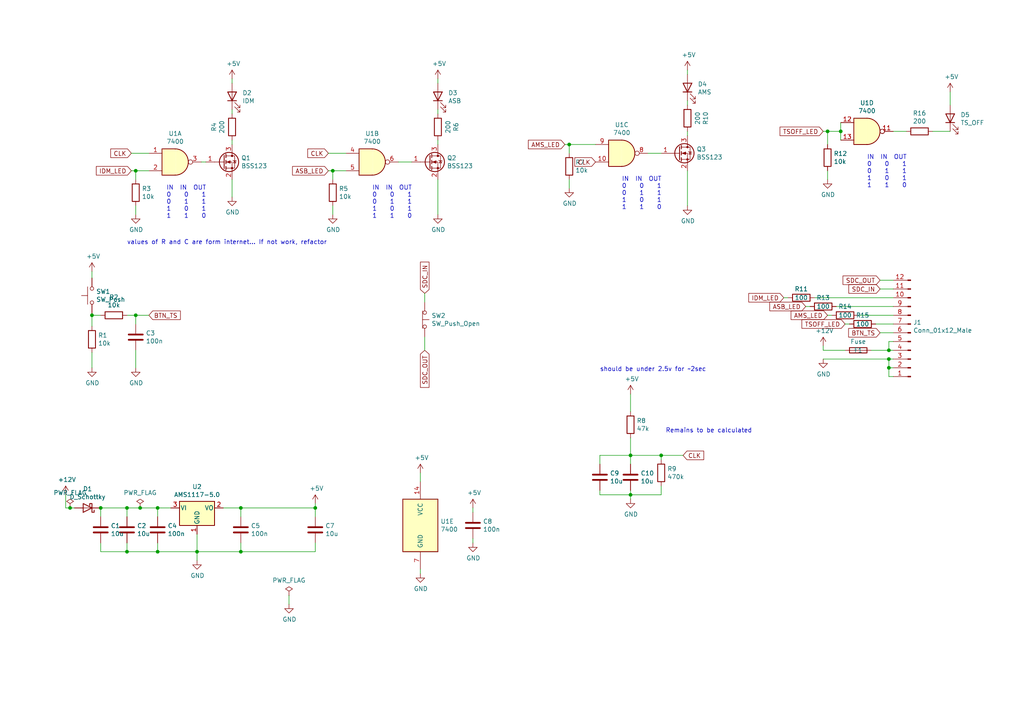
<source format=kicad_sch>
(kicad_sch (version 20211123) (generator eeschema)
  (paper "A4")
  (lib_symbols
    (symbol "74xx:7400" (pin_names (offset 1.016))
      (property "Reference" "U" (at 0 1.27 0))
      (property "Value" "7400" (at 0 -1.27 0))
      (symbol "7400_1_1"
        (arc (start 0 -3.81) (mid 3.81 0) (end 0 3.81) (stroke (width 0.254)) (fill (type background)))
        (polyline (pts (xy 0 3.81) (xy -3.81 3.81) (xy -3.81 -3.81) (xy 0 -3.81)) (stroke (width 0.254)) (fill (type background)))
        (pin input line (at -7.62 2.54 0) (length 3.81) (name "~") (number "1"))
        (pin input line (at -7.62 -2.54 0) (length 3.81) (name "~") (number "2"))
        (pin output inverted (at 7.62 0 180) (length 3.81) (name "~") (number "3"))
      )
      (symbol "7400_1_2"
        (arc (start -3.81 -3.81) (mid -2.589 0) (end -3.81 3.81) (stroke (width 0.254)))
        (arc (start -0.6096 -3.81) (mid 2.1855 -2.584) (end 3.81 0) (stroke (width 0.254)) (fill (type background)))
        (polyline (pts (xy -3.81 -3.81) (xy -0.635 -3.81)) (stroke (width 0.254)) (fill (type background)))
        (polyline (pts (xy -3.81 3.81) (xy -0.635 3.81)) (stroke (width 0.254)) (fill (type background)))
        (polyline (pts (xy -0.635 3.81) (xy -3.81 3.81) (xy -3.81 3.81) (xy -3.556 3.4036) (xy -3.0226 2.2606) (xy -2.6924 1.0414) (xy -2.6162 -0.254) (xy -2.7686 -1.4986) (xy -3.175 -2.7178) (xy -3.81 -3.81) (xy -3.81 -3.81) (xy -0.635 -3.81)) (stroke (width -25.4)) (fill (type background)))
        (arc (start 3.81 0) (mid 2.1928 2.5925) (end -0.6096 3.81) (stroke (width 0.254)) (fill (type background)))
        (pin input inverted (at -7.62 2.54 0) (length 4.318) (name "~") (number "1"))
        (pin input inverted (at -7.62 -2.54 0) (length 4.318) (name "~") (number "2"))
        (pin output line (at 7.62 0 180) (length 3.81) (name "~") (number "3"))
      )
      (symbol "7400_2_1"
        (arc (start 0 -3.81) (mid 3.81 0) (end 0 3.81) (stroke (width 0.254)) (fill (type background)))
        (polyline (pts (xy 0 3.81) (xy -3.81 3.81) (xy -3.81 -3.81) (xy 0 -3.81)) (stroke (width 0.254)) (fill (type background)))
        (pin input line (at -7.62 2.54 0) (length 3.81) (name "~") (number "4"))
        (pin input line (at -7.62 -2.54 0) (length 3.81) (name "~") (number "5"))
        (pin output inverted (at 7.62 0 180) (length 3.81) (name "~") (number "6"))
      )
      (symbol "7400_2_2"
        (arc (start -3.81 -3.81) (mid -2.589 0) (end -3.81 3.81) (stroke (width 0.254)))
        (arc (start -0.6096 -3.81) (mid 2.1855 -2.584) (end 3.81 0) (stroke (width 0.254)) (fill (type background)))
        (polyline (pts (xy -3.81 -3.81) (xy -0.635 -3.81)) (stroke (width 0.254)) (fill (type background)))
        (polyline (pts (xy -3.81 3.81) (xy -0.635 3.81)) (stroke (width 0.254)) (fill (type background)))
        (polyline (pts (xy -0.635 3.81) (xy -3.81 3.81) (xy -3.81 3.81) (xy -3.556 3.4036) (xy -3.0226 2.2606) (xy -2.6924 1.0414) (xy -2.6162 -0.254) (xy -2.7686 -1.4986) (xy -3.175 -2.7178) (xy -3.81 -3.81) (xy -3.81 -3.81) (xy -0.635 -3.81)) (stroke (width -25.4)) (fill (type background)))
        (arc (start 3.81 0) (mid 2.1928 2.5925) (end -0.6096 3.81) (stroke (width 0.254)) (fill (type background)))
        (pin input inverted (at -7.62 2.54 0) (length 4.318) (name "~") (number "4"))
        (pin input inverted (at -7.62 -2.54 0) (length 4.318) (name "~") (number "5"))
        (pin output line (at 7.62 0 180) (length 3.81) (name "~") (number "6"))
      )
      (symbol "7400_3_1"
        (arc (start 0 -3.81) (mid 3.81 0) (end 0 3.81) (stroke (width 0.254)) (fill (type background)))
        (polyline (pts (xy 0 3.81) (xy -3.81 3.81) (xy -3.81 -3.81) (xy 0 -3.81)) (stroke (width 0.254)) (fill (type background)))
        (pin input line (at -7.62 -2.54 0) (length 3.81) (name "~") (number "10"))
        (pin output inverted (at 7.62 0 180) (length 3.81) (name "~") (number "8"))
        (pin input line (at -7.62 2.54 0) (length 3.81) (name "~") (number "9"))
      )
      (symbol "7400_3_2"
        (arc (start -3.81 -3.81) (mid -2.589 0) (end -3.81 3.81) (stroke (width 0.254)))
        (arc (start -0.6096 -3.81) (mid 2.1855 -2.584) (end 3.81 0) (stroke (width 0.254)) (fill (type background)))
        (polyline (pts (xy -3.81 -3.81) (xy -0.635 -3.81)) (stroke (width 0.254)) (fill (type background)))
        (polyline (pts (xy -3.81 3.81) (xy -0.635 3.81)) (stroke (width 0.254)) (fill (type background)))
        (polyline (pts (xy -0.635 3.81) (xy -3.81 3.81) (xy -3.81 3.81) (xy -3.556 3.4036) (xy -3.0226 2.2606) (xy -2.6924 1.0414) (xy -2.6162 -0.254) (xy -2.7686 -1.4986) (xy -3.175 -2.7178) (xy -3.81 -3.81) (xy -3.81 -3.81) (xy -0.635 -3.81)) (stroke (width -25.4)) (fill (type background)))
        (arc (start 3.81 0) (mid 2.1928 2.5925) (end -0.6096 3.81) (stroke (width 0.254)) (fill (type background)))
        (pin input inverted (at -7.62 -2.54 0) (length 4.318) (name "~") (number "10"))
        (pin output line (at 7.62 0 180) (length 3.81) (name "~") (number "8"))
        (pin input inverted (at -7.62 2.54 0) (length 4.318) (name "~") (number "9"))
      )
      (symbol "7400_4_1"
        (arc (start 0 -3.81) (mid 3.81 0) (end 0 3.81) (stroke (width 0.254)) (fill (type background)))
        (polyline (pts (xy 0 3.81) (xy -3.81 3.81) (xy -3.81 -3.81) (xy 0 -3.81)) (stroke (width 0.254)) (fill (type background)))
        (pin output inverted (at 7.62 0 180) (length 3.81) (name "~") (number "11"))
        (pin input line (at -7.62 2.54 0) (length 3.81) (name "~") (number "12"))
        (pin input line (at -7.62 -2.54 0) (length 3.81) (name "~") (number "13"))
      )
      (symbol "7400_4_2"
        (arc (start -3.81 -3.81) (mid -2.589 0) (end -3.81 3.81) (stroke (width 0.254)))
        (arc (start -0.6096 -3.81) (mid 2.1855 -2.584) (end 3.81 0) (stroke (width 0.254)) (fill (type background)))
        (polyline (pts (xy -3.81 -3.81) (xy -0.635 -3.81)) (stroke (width 0.254)) (fill (type background)))
        (polyline (pts (xy -3.81 3.81) (xy -0.635 3.81)) (stroke (width 0.254)) (fill (type background)))
        (polyline (pts (xy -0.635 3.81) (xy -3.81 3.81) (xy -3.81 3.81) (xy -3.556 3.4036) (xy -3.0226 2.2606) (xy -2.6924 1.0414) (xy -2.6162 -0.254) (xy -2.7686 -1.4986) (xy -3.175 -2.7178) (xy -3.81 -3.81) (xy -3.81 -3.81) (xy -0.635 -3.81)) (stroke (width -25.4)) (fill (type background)))
        (arc (start 3.81 0) (mid 2.1928 2.5925) (end -0.6096 3.81) (stroke (width 0.254)) (fill (type background)))
        (pin output line (at 7.62 0 180) (length 3.81) (name "~") (number "11"))
        (pin input inverted (at -7.62 2.54 0) (length 4.318) (name "~") (number "12"))
        (pin input inverted (at -7.62 -2.54 0) (length 4.318) (name "~") (number "13"))
      )
      (symbol "7400_5_0"
        (pin power_in line (at 0 12.7 270) (length 5.08) (name "VCC") (number "14"))
        (pin power_in line (at 0 -12.7 90) (length 5.08) (name "GND") (number "7"))
      )
      (symbol "7400_5_1"
        (rectangle (start -5.08 7.62) (end 5.08 -7.62) (stroke (width 0.254)) (fill (type background)))
      )
    )
    (symbol "Connector:Conn_01x12_Male" (pin_names (offset 1.016) hide)
      (property "Reference" "J" (at 0 15.24 0))
      (property "Value" "Conn_01x12_Male" (at 0 -17.78 0))
      (symbol "Conn_01x12_Male_1_1"
        (polyline (pts (xy 1.27 -15.24) (xy 0.8636 -15.24)) (stroke (width 0.1524)))
        (polyline (pts (xy 1.27 -12.7) (xy 0.8636 -12.7)) (stroke (width 0.1524)))
        (polyline (pts (xy 1.27 -10.16) (xy 0.8636 -10.16)) (stroke (width 0.1524)))
        (polyline (pts (xy 1.27 -7.62) (xy 0.8636 -7.62)) (stroke (width 0.1524)))
        (polyline (pts (xy 1.27 -5.08) (xy 0.8636 -5.08)) (stroke (width 0.1524)))
        (polyline (pts (xy 1.27 -2.54) (xy 0.8636 -2.54)) (stroke (width 0.1524)))
        (polyline (pts (xy 1.27 0) (xy 0.8636 0)) (stroke (width 0.1524)))
        (polyline (pts (xy 1.27 2.54) (xy 0.8636 2.54)) (stroke (width 0.1524)))
        (polyline (pts (xy 1.27 5.08) (xy 0.8636 5.08)) (stroke (width 0.1524)))
        (polyline (pts (xy 1.27 7.62) (xy 0.8636 7.62)) (stroke (width 0.1524)))
        (polyline (pts (xy 1.27 10.16) (xy 0.8636 10.16)) (stroke (width 0.1524)))
        (polyline (pts (xy 1.27 12.7) (xy 0.8636 12.7)) (stroke (width 0.1524)))
        (rectangle (start 0.8636 -15.113) (end 0 -15.367) (stroke (width 0.1524)) (fill (type outline)))
        (rectangle (start 0.8636 -12.573) (end 0 -12.827) (stroke (width 0.1524)) (fill (type outline)))
        (rectangle (start 0.8636 -10.033) (end 0 -10.287) (stroke (width 0.1524)) (fill (type outline)))
        (rectangle (start 0.8636 -7.493) (end 0 -7.747) (stroke (width 0.1524)) (fill (type outline)))
        (rectangle (start 0.8636 -4.953) (end 0 -5.207) (stroke (width 0.1524)) (fill (type outline)))
        (rectangle (start 0.8636 -2.413) (end 0 -2.667) (stroke (width 0.1524)) (fill (type outline)))
        (rectangle (start 0.8636 0.127) (end 0 -0.127) (stroke (width 0.1524)) (fill (type outline)))
        (rectangle (start 0.8636 2.667) (end 0 2.413) (stroke (width 0.1524)) (fill (type outline)))
        (rectangle (start 0.8636 5.207) (end 0 4.953) (stroke (width 0.1524)) (fill (type outline)))
        (rectangle (start 0.8636 7.747) (end 0 7.493) (stroke (width 0.1524)) (fill (type outline)))
        (rectangle (start 0.8636 10.287) (end 0 10.033) (stroke (width 0.1524)) (fill (type outline)))
        (rectangle (start 0.8636 12.827) (end 0 12.573) (stroke (width 0.1524)) (fill (type outline)))
        (pin passive line (at 5.08 12.7 180) (length 3.81) (name "Pin_1") (number "1"))
        (pin passive line (at 5.08 -10.16 180) (length 3.81) (name "Pin_10") (number "10"))
        (pin passive line (at 5.08 -12.7 180) (length 3.81) (name "Pin_11") (number "11"))
        (pin passive line (at 5.08 -15.24 180) (length 3.81) (name "Pin_12") (number "12"))
        (pin passive line (at 5.08 10.16 180) (length 3.81) (name "Pin_2") (number "2"))
        (pin passive line (at 5.08 7.62 180) (length 3.81) (name "Pin_3") (number "3"))
        (pin passive line (at 5.08 5.08 180) (length 3.81) (name "Pin_4") (number "4"))
        (pin passive line (at 5.08 2.54 180) (length 3.81) (name "Pin_5") (number "5"))
        (pin passive line (at 5.08 0 180) (length 3.81) (name "Pin_6") (number "6"))
        (pin passive line (at 5.08 -2.54 180) (length 3.81) (name "Pin_7") (number "7"))
        (pin passive line (at 5.08 -5.08 180) (length 3.81) (name "Pin_8") (number "8"))
        (pin passive line (at 5.08 -7.62 180) (length 3.81) (name "Pin_9") (number "9"))
      )
    )
    (symbol "Device:C" (pin_numbers hide) (pin_names (offset 0.254))
      (property "Reference" "C" (at 0.635 2.54 0))
      (property "Value" "C" (at 0.635 -2.54 0))
      (symbol "C_0_1"
        (polyline (pts (xy -2.032 -0.762) (xy 2.032 -0.762)) (stroke (width 0.508)))
        (polyline (pts (xy -2.032 0.762) (xy 2.032 0.762)) (stroke (width 0.508)))
      )
      (symbol "C_1_1"
        (pin passive line (at 0 3.81 270) (length 2.794) (name "~") (number "1"))
        (pin passive line (at 0 -3.81 90) (length 2.794) (name "~") (number "2"))
      )
    )
    (symbol "Device:D_Schottky" (pin_numbers hide) (pin_names (offset 1.016) hide)
      (property "Reference" "D" (at 0 2.54 0))
      (property "Value" "D_Schottky" (at 0 -2.54 0))
      (symbol "D_Schottky_0_1"
        (polyline (pts (xy 1.27 0) (xy -1.27 0)))
        (polyline (pts (xy 1.27 1.27) (xy 1.27 -1.27) (xy -1.27 0) (xy 1.27 1.27)) (stroke (width 0.254)))
        (polyline (pts (xy -1.905 0.635) (xy -1.905 1.27) (xy -1.27 1.27) (xy -1.27 -1.27) (xy -0.635 -1.27) (xy -0.635 -0.635)) (stroke (width 0.254)))
      )
      (symbol "D_Schottky_1_1"
        (pin passive line (at -3.81 0 0) (length 2.54) (name "K") (number "1"))
        (pin passive line (at 3.81 0 180) (length 2.54) (name "A") (number "2"))
      )
    )
    (symbol "Device:Fuse" (pin_numbers hide) (pin_names (offset 0))
      (property "Reference" "F" (at 2.032 0 90))
      (property "Value" "Fuse" (at -1.905 0 90))
      (symbol "Fuse_0_1"
        (rectangle (start -0.762 -2.54) (end 0.762 2.54) (stroke (width 0.254)))
        (polyline (pts (xy 0 2.54) (xy 0 -2.54)))
      )
      (symbol "Fuse_1_1"
        (pin passive line (at 0 3.81 270) (length 1.27) (name "~") (number "1"))
        (pin passive line (at 0 -3.81 90) (length 1.27) (name "~") (number "2"))
      )
    )
    (symbol "Device:LED" (pin_numbers hide) (pin_names (offset 1.016) hide)
      (property "Reference" "D" (at 0 2.54 0))
      (property "Value" "LED" (at 0 -2.54 0))
      (symbol "LED_0_1"
        (polyline (pts (xy -1.27 -1.27) (xy -1.27 1.27)) (stroke (width 0.254)))
        (polyline (pts (xy -1.27 0) (xy 1.27 0)))
        (polyline (pts (xy 1.27 -1.27) (xy 1.27 1.27) (xy -1.27 0) (xy 1.27 -1.27)) (stroke (width 0.254)))
        (polyline (pts (xy -3.048 -0.762) (xy -4.572 -2.286) (xy -3.81 -2.286) (xy -4.572 -2.286) (xy -4.572 -1.524)))
        (polyline (pts (xy -1.778 -0.762) (xy -3.302 -2.286) (xy -2.54 -2.286) (xy -3.302 -2.286) (xy -3.302 -1.524)))
      )
      (symbol "LED_1_1"
        (pin passive line (at -3.81 0 0) (length 2.54) (name "K") (number "1"))
        (pin passive line (at 3.81 0 180) (length 2.54) (name "A") (number "2"))
      )
    )
    (symbol "Device:R" (pin_numbers hide) (pin_names (offset 0))
      (property "Reference" "R" (at 2.032 0 90))
      (property "Value" "R" (at 0 0 90))
      (symbol "R_0_1"
        (rectangle (start -1.016 -2.54) (end 1.016 2.54) (stroke (width 0.254)))
      )
      (symbol "R_1_1"
        (pin passive line (at 0 3.81 270) (length 1.27) (name "~") (number "1"))
        (pin passive line (at 0 -3.81 90) (length 1.27) (name "~") (number "2"))
      )
    )
    (symbol "Regulator_Linear:AMS1117-5.0" (pin_names (offset 0.254))
      (property "Reference" "U" (at -3.81 3.175 0))
      (property "Value" "AMS1117-5.0" (at 0 3.175 0))
      (symbol "AMS1117-5.0_0_1"
        (rectangle (start -5.08 -5.08) (end 5.08 1.905) (stroke (width 0.254)) (fill (type background)))
      )
      (symbol "AMS1117-5.0_1_1"
        (pin power_in line (at 0 -7.62 90) (length 2.54) (name "GND") (number "1"))
        (pin power_out line (at 7.62 0 180) (length 2.54) (name "VO") (number "2"))
        (pin power_in line (at -7.62 0 0) (length 2.54) (name "VI") (number "3"))
      )
    )
    (symbol "Switch:SW_Push" (pin_numbers hide) (pin_names (offset 1.016) hide)
      (property "Reference" "SW" (at 1.27 2.54 0))
      (property "Value" "SW_Push" (at 0 -1.524 0))
      (symbol "SW_Push_0_1"
        (circle (center -2.032 0) (radius 0.508))
        (polyline (pts (xy 0 1.27) (xy 0 3.048)))
        (polyline (pts (xy 2.54 1.27) (xy -2.54 1.27)))
        (circle (center 2.032 0) (radius 0.508))
        (pin passive line (at -5.08 0 0) (length 2.54) (name "1") (number "1"))
        (pin passive line (at 5.08 0 180) (length 2.54) (name "2") (number "2"))
      )
    )
    (symbol "Switch:SW_Push_Open" (pin_numbers hide) (pin_names (offset 1.016) hide)
      (property "Reference" "SW" (at 0 2.54 0))
      (property "Value" "SW_Push_Open" (at 0 -1.905 0))
      (symbol "SW_Push_Open_0_1"
        (circle (center -2.032 0) (radius 0.508))
        (polyline (pts (xy -2.54 -0.635) (xy 2.54 -0.635)))
        (polyline (pts (xy 0 -0.635) (xy 0 1.27)))
        (circle (center 2.032 0) (radius 0.508))
        (pin passive line (at -5.08 0 0) (length 2.54) (name "A") (number "1"))
      )
      (symbol "SW_Push_Open_1_1"
        (pin passive line (at 5.08 0 180) (length 2.54) (name "B") (number "2"))
      )
    )
    (symbol "Transistor_FET:BSS123" (pin_names hide)
      (property "Reference" "Q" (at 5.08 1.905 0))
      (property "Value" "BSS123" (at 5.08 0 0))
      (symbol "BSS123_0_1"
        (polyline (pts (xy 0.254 0) (xy -2.54 0)))
        (polyline (pts (xy 0.254 1.905) (xy 0.254 -1.905)) (stroke (width 0.254)))
        (polyline (pts (xy 0.762 -1.27) (xy 0.762 -2.286)) (stroke (width 0.254)))
        (polyline (pts (xy 0.762 0.508) (xy 0.762 -0.508)) (stroke (width 0.254)))
        (polyline (pts (xy 0.762 2.286) (xy 0.762 1.27)) (stroke (width 0.254)))
        (polyline (pts (xy 2.54 2.54) (xy 2.54 1.778)))
        (polyline (pts (xy 2.54 -2.54) (xy 2.54 0) (xy 0.762 0)))
        (polyline (pts (xy 0.762 -1.778) (xy 3.302 -1.778) (xy 3.302 1.778) (xy 0.762 1.778)))
        (polyline (pts (xy 1.016 0) (xy 2.032 0.381) (xy 2.032 -0.381) (xy 1.016 0)) (fill (type outline)))
        (polyline (pts (xy 2.794 0.508) (xy 2.921 0.381) (xy 3.683 0.381) (xy 3.81 0.254)))
        (polyline (pts (xy 3.302 0.381) (xy 2.921 -0.254) (xy 3.683 -0.254) (xy 3.302 0.381)))
        (circle (center 1.651 0) (radius 2.794) (stroke (width 0.254)))
        (circle (center 2.54 -1.778) (radius 0.254) (fill (type outline)))
        (circle (center 2.54 1.778) (radius 0.254) (fill (type outline)))
      )
      (symbol "BSS123_1_1"
        (pin input line (at -5.08 0 0) (length 2.54) (name "G") (number "1"))
        (pin passive line (at 2.54 -5.08 90) (length 2.54) (name "S") (number "2"))
        (pin passive line (at 2.54 5.08 270) (length 2.54) (name "D") (number "3"))
      )
    )
    (symbol "power:+12V" (power) (pin_names (offset 0))
      (property "Value" "+12V" (at 0 3.556 0))
      (symbol "+12V_0_1"
        (polyline (pts (xy -0.762 1.27) (xy 0 2.54)))
        (polyline (pts (xy 0 0) (xy 0 2.54)))
        (polyline (pts (xy 0 2.54) (xy 0.762 1.27)))
      )
      (symbol "+12V_1_1"
        (pin power_in line (at 0 0 90) (length 0) hide (name "+12V") (number "1"))
      )
    )
    (symbol "power:+5V" (power) (pin_names (offset 0))
      (property "Value" "+5V" (at 0 3.556 0))
      (symbol "+5V_0_1"
        (polyline (pts (xy -0.762 1.27) (xy 0 2.54)))
        (polyline (pts (xy 0 0) (xy 0 2.54)))
        (polyline (pts (xy 0 2.54) (xy 0.762 1.27)))
      )
      (symbol "+5V_1_1"
        (pin power_in line (at 0 0 90) (length 0) hide (name "+5V") (number "1"))
      )
    )
    (symbol "power:GND" (power) (pin_names (offset 0))
      (property "Value" "GND" (at 0 -3.81 0))
      (symbol "GND_0_1"
        (polyline (pts (xy 0 0) (xy 0 -1.27) (xy 1.27 -1.27) (xy 0 -2.54) (xy -1.27 -1.27) (xy 0 -1.27)))
      )
      (symbol "GND_1_1"
        (pin power_in line (at 0 0 270) (length 0) hide (name "GND") (number "1"))
      )
    )
    (symbol "power:PWR_FLAG" (power) (pin_numbers hide) (pin_names (offset 0) hide)
      (property "Value" "PWR_FLAG" (at 0 3.81 0))
      (symbol "PWR_FLAG_0_0"
        (pin power_out line (at 0 0 90) (length 0) (name "pwr") (number "1"))
      )
      (symbol "PWR_FLAG_0_1"
        (polyline (pts (xy 0 0) (xy 0 1.27) (xy -1.016 1.905) (xy 0 2.54) (xy 1.016 1.905) (xy 0 1.27)))
      )
    )
  )
  (junction (at 257.81 106.68))
  (junction (at 40.64 147.32))
  (junction (at 36.83 147.32))
  (junction (at 96.52 49.53))
  (junction (at 165.1 41.91))
  (junction (at 26.67 91.44))
  (junction (at 20.32 147.32))
  (junction (at 91.44 147.32))
  (junction (at 69.85 147.32))
  (junction (at 39.37 91.44))
  (junction (at 257.81 104.14))
  (junction (at 257.81 101.6))
  (junction (at 182.88 143.51))
  (junction (at 29.21 147.32))
  (junction (at 39.37 49.53))
  (junction (at 45.72 160.02))
  (junction (at 36.83 160.02))
  (junction (at 191.77 132.08))
  (junction (at 243.84 38.1))
  (junction (at 57.15 160.02))
  (junction (at 182.88 132.08))
  (junction (at 240.03 38.1))
  (junction (at 69.85 160.02))
  (junction (at 45.72 147.32))
  (wire (pts (xy 227.33 86.36) (xy 228.6 86.36)))
  (wire (pts (xy 38.1 49.53) (xy 39.37 49.53)))
  (wire (pts (xy 26.67 102.235) (xy 26.67 106.68)))
  (wire (pts (xy 69.85 157.48) (xy 69.85 160.02)))
  (wire (pts (xy 45.72 157.48) (xy 45.72 160.02)))
  (wire (pts (xy 91.44 147.32) (xy 91.44 149.86)))
  (wire (pts (xy 91.44 160.02) (xy 91.44 157.48)))
  (wire (pts (xy 173.99 142.24) (xy 173.99 143.51)))
  (wire (pts (xy 40.64 147.32) (xy 45.72 147.32)))
  (wire (pts (xy 199.39 20.32) (xy 199.39 21.59)))
  (wire (pts (xy 257.81 106.68) (xy 257.81 109.22)))
  (wire (pts (xy 96.52 49.53) (xy 96.52 52.07)))
  (wire (pts (xy 257.81 109.22) (xy 259.08 109.22)))
  (wire (pts (xy 191.77 133.35) (xy 191.77 132.08)))
  (wire (pts (xy 45.72 149.86) (xy 45.72 147.32)))
  (wire (pts (xy 43.18 91.44) (xy 39.37 91.44)))
  (wire (pts (xy 199.39 49.53) (xy 199.39 59.69)))
  (wire (pts (xy 67.31 40.64) (xy 67.31 41.91)))
  (wire (pts (xy 19.05 143.51) (xy 19.05 147.32)))
  (wire (pts (xy 39.37 49.53) (xy 43.18 49.53)))
  (wire (pts (xy 191.77 143.51) (xy 182.88 143.51)))
  (wire (pts (xy 36.83 149.86) (xy 36.83 147.32)))
  (wire (pts (xy 238.76 38.1) (xy 240.03 38.1)))
  (wire (pts (xy 242.57 88.9) (xy 259.08 88.9)))
  (wire (pts (xy 19.05 147.32) (xy 20.32 147.32)))
  (wire (pts (xy 243.84 38.1) (xy 243.84 35.56)))
  (wire (pts (xy 182.88 132.08) (xy 191.77 132.08)))
  (wire (pts (xy 259.08 38.1) (xy 262.89 38.1)))
  (wire (pts (xy 240.03 38.1) (xy 243.84 38.1)))
  (wire (pts (xy 20.32 147.32) (xy 21.59 147.32)))
  (wire (pts (xy 57.15 160.02) (xy 57.15 162.56)))
  (wire (pts (xy 248.92 91.44) (xy 259.08 91.44)))
  (wire (pts (xy 255.27 83.82) (xy 259.08 83.82)))
  (wire (pts (xy 240.03 91.44) (xy 241.3 91.44)))
  (wire (pts (xy 255.27 96.52) (xy 259.08 96.52)))
  (wire (pts (xy 165.1 52.07) (xy 165.1 54.61)))
  (wire (pts (xy 95.25 44.45) (xy 100.33 44.45)))
  (wire (pts (xy 127 31.75) (xy 127 33.02)))
  (wire (pts (xy 236.22 86.36) (xy 259.08 86.36)))
  (wire (pts (xy 191.77 140.97) (xy 191.77 143.51)))
  (wire (pts (xy 39.37 59.69) (xy 39.37 62.23)))
  (wire (pts (xy 275.59 26.67) (xy 275.59 30.48)))
  (wire (pts (xy 121.92 166.37) (xy 121.92 165.1)))
  (wire (pts (xy 257.81 101.6) (xy 259.08 101.6)))
  (wire (pts (xy 121.92 137.16) (xy 121.92 139.7)))
  (wire (pts (xy 257.81 104.14) (xy 259.08 104.14)))
  (wire (pts (xy 127 40.64) (xy 127 41.91)))
  (wire (pts (xy 69.85 147.32) (xy 91.44 147.32)))
  (wire (pts (xy 270.51 38.1) (xy 275.59 38.1)))
  (wire (pts (xy 182.88 142.24) (xy 182.88 143.51)))
  (wire (pts (xy 137.16 147.32) (xy 137.16 148.59)))
  (wire (pts (xy 240.03 52.07) (xy 240.03 49.53)))
  (wire (pts (xy 238.76 101.6) (xy 245.11 101.6)))
  (wire (pts (xy 83.82 172.72) (xy 83.82 175.26)))
  (wire (pts (xy 26.67 90.805) (xy 26.67 91.44)))
  (wire (pts (xy 243.84 40.64) (xy 243.84 38.1)))
  (wire (pts (xy 67.31 33.02) (xy 67.31 31.75)))
  (wire (pts (xy 36.83 91.44) (xy 39.37 91.44)))
  (wire (pts (xy 240.03 38.1) (xy 240.03 41.91)))
  (wire (pts (xy 39.37 52.07) (xy 39.37 49.53)))
  (wire (pts (xy 165.1 41.91) (xy 165.1 44.45)))
  (wire (pts (xy 58.42 46.99) (xy 59.69 46.99)))
  (wire (pts (xy 115.57 46.99) (xy 119.38 46.99)))
  (wire (pts (xy 57.15 160.02) (xy 69.85 160.02)))
  (wire (pts (xy 182.88 127) (xy 182.88 132.08)))
  (wire (pts (xy 36.83 160.02) (xy 45.72 160.02)))
  (wire (pts (xy 199.39 29.21) (xy 199.39 30.48)))
  (wire (pts (xy 255.27 81.28) (xy 259.08 81.28)))
  (wire (pts (xy 95.25 49.53) (xy 96.52 49.53)))
  (wire (pts (xy 137.16 157.48) (xy 137.16 156.21)))
  (wire (pts (xy 38.1 44.45) (xy 43.18 44.45)))
  (wire (pts (xy 39.37 91.44) (xy 39.37 93.98)))
  (wire (pts (xy 96.52 59.69) (xy 96.52 62.23)))
  (wire (pts (xy 69.85 160.02) (xy 91.44 160.02)))
  (wire (pts (xy 191.77 132.08) (xy 198.12 132.08)))
  (wire (pts (xy 127 52.07) (xy 127 62.23)))
  (wire (pts (xy 39.37 101.6) (xy 39.37 106.68)))
  (wire (pts (xy 29.21 160.02) (xy 36.83 160.02)))
  (wire (pts (xy 36.83 147.32) (xy 40.64 147.32)))
  (wire (pts (xy 254 93.98) (xy 259.08 93.98)))
  (wire (pts (xy 36.83 157.48) (xy 36.83 160.02)))
  (wire (pts (xy 45.72 160.02) (xy 57.15 160.02)))
  (wire (pts (xy 245.11 93.98) (xy 246.38 93.98)))
  (wire (pts (xy 199.39 38.1) (xy 199.39 39.37)))
  (wire (pts (xy 238.76 100.33) (xy 238.76 101.6)))
  (wire (pts (xy 123.19 97.79) (xy 123.19 101.6)))
  (wire (pts (xy 67.31 22.86) (xy 67.31 24.13)))
  (wire (pts (xy 45.72 147.32) (xy 49.53 147.32)))
  (wire (pts (xy 233.68 88.9) (xy 234.95 88.9)))
  (wire (pts (xy 173.99 134.62) (xy 173.99 132.08)))
  (wire (pts (xy 57.15 154.94) (xy 57.15 160.02)))
  (wire (pts (xy 182.88 143.51) (xy 182.88 144.78)))
  (wire (pts (xy 182.88 114.3) (xy 182.88 119.38)))
  (wire (pts (xy 187.96 44.45) (xy 191.77 44.45)))
  (wire (pts (xy 173.99 132.08) (xy 182.88 132.08)))
  (wire (pts (xy 163.83 41.91) (xy 165.1 41.91)))
  (wire (pts (xy 257.81 106.68) (xy 259.08 106.68)))
  (wire (pts (xy 91.44 146.05) (xy 91.44 147.32)))
  (wire (pts (xy 29.21 147.32) (xy 36.83 147.32)))
  (wire (pts (xy 69.85 149.86) (xy 69.85 147.32)))
  (wire (pts (xy 127 22.86) (xy 127 24.13)))
  (wire (pts (xy 26.67 91.44) (xy 26.67 94.615)))
  (wire (pts (xy 64.77 147.32) (xy 69.85 147.32)))
  (wire (pts (xy 182.88 132.08) (xy 182.88 134.62)))
  (wire (pts (xy 29.21 149.86) (xy 29.21 147.32)))
  (wire (pts (xy 29.21 157.48) (xy 29.21 160.02)))
  (wire (pts (xy 252.73 101.6) (xy 257.81 101.6)))
  (wire (pts (xy 26.67 91.44) (xy 29.21 91.44)))
  (wire (pts (xy 259.08 99.06) (xy 257.81 99.06)))
  (wire (pts (xy 165.1 41.91) (xy 172.72 41.91)))
  (wire (pts (xy 26.67 78.74) (xy 26.67 80.645)))
  (wire (pts (xy 173.99 143.51) (xy 182.88 143.51)))
  (wire (pts (xy 257.81 104.14) (xy 257.81 106.68)))
  (wire (pts (xy 257.81 99.06) (xy 257.81 101.6)))
  (wire (pts (xy 238.76 104.14) (xy 257.81 104.14)))
  (wire (pts (xy 123.19 85.09) (xy 123.19 87.63)))
  (wire (pts (xy 100.33 49.53) (xy 96.52 49.53)))
  (wire (pts (xy 67.31 52.07) (xy 67.31 57.15)))
  (text "should be under 2.5v for ~2sec" (at 173.99 107.95 0) (effects (font (size 1.27 1.27)) (justify left bottom)))
  (text "IN  IN  OUT\n0    0    1\n0    1    1\n1    0    1\n1    1    0 " (at 180.34 60.96 0) (effects (font (size 1.27 1.27)) (justify left bottom)))
  (text "IN  IN  OUT\n0    0    1\n0    1    1\n1    0    1\n1    1    0 " (at 107.95 63.5 0) (effects (font (size 1.27 1.27)) (justify left bottom)))
  (text "Remains to be calculated" (at 193.04 125.73 0) (effects (font (size 1.27 1.27)) (justify left bottom)))
  (text "values of R and C are form internet… If not work, refactor" (at 36.83 71.12 0) (effects (font (size 1.27 1.27)) (justify left bottom)))
  (text "IN  IN  OUT\n0    0    1\n0    1    1\n1    0    1\n1    1    0 " (at 48.26 63.5 0) (effects (font (size 1.27 1.27)) (justify left bottom)))
  (text "IN  IN  OUT\n0    0    1\n0    1    1\n1    0    1\n1    1    0 " (at 251.46 54.61 0) (effects (font (size 1.27 1.27)) (justify left bottom)))
  (global_label "AMS_LED" (shape input) (at 163.83 41.91 180) (property "Intersheet References" "${INTERSHEET_REFS}" (effects hide)))
  (global_label "IDM_LED" (shape input) (at 227.33 86.36 180) (property "Intersheet References" "${INTERSHEET_REFS}" (effects hide)))
  (global_label "BTN_TS" (shape input) (at 43.18 91.44 0) (property "Intersheet References" "${INTERSHEET_REFS}" (effects hide)))
  (global_label "SDC_OUT" (shape input) (at 123.19 101.6 270) (property "Intersheet References" "${INTERSHEET_REFS}" (effects hide)))
  (global_label "CLK" (shape input) (at 95.25 44.45 180) (property "Intersheet References" "${INTERSHEET_REFS}" (effects hide)))
  (global_label "IDM_LED" (shape input) (at 38.1 49.53 180) (property "Intersheet References" "${INTERSHEET_REFS}" (effects hide)))
  (global_label "BTN_TS" (shape input) (at 255.27 96.52 180) (property "Intersheet References" "${INTERSHEET_REFS}" (effects hide)))
  (global_label "AMS_LED" (shape input) (at 240.03 91.44 180) (property "Intersheet References" "${INTERSHEET_REFS}" (effects hide)))
  (global_label "ASB_LED" (shape input) (at 233.68 88.9 180) (property "Intersheet References" "${INTERSHEET_REFS}" (effects hide)))
  (global_label "SDC_OUT" (shape input) (at 255.27 81.28 180) (property "Intersheet References" "${INTERSHEET_REFS}" (effects hide)))
  (global_label "TSOFF_LED" (shape input) (at 238.76 38.1 180) (property "Intersheet References" "${INTERSHEET_REFS}" (effects hide)))
  (global_label "TSOFF_LED" (shape input) (at 245.11 93.98 180) (property "Intersheet References" "${INTERSHEET_REFS}" (effects hide)))
  (global_label "CLK" (shape input) (at 38.1 44.45 180) (property "Intersheet References" "${INTERSHEET_REFS}" (effects hide)))
  (global_label "ASB_LED" (shape input) (at 95.25 49.53 180) (property "Intersheet References" "${INTERSHEET_REFS}" (effects hide)))
  (global_label "SDC_IN" (shape input) (at 123.19 85.09 90) (property "Intersheet References" "${INTERSHEET_REFS}" (effects hide)))
  (global_label "SDC_IN" (shape input) (at 255.27 83.82 180) (property "Intersheet References" "${INTERSHEET_REFS}" (effects hide)))
  (global_label "CLK" (shape input) (at 198.12 132.08 0) (property "Intersheet References" "${INTERSHEET_REFS}" (effects hide)))
  (global_label "CLK" (shape input) (at 172.72 46.99 180) (property "Intersheet References" "${INTERSHEET_REFS}" (effects hide)))
  (symbol (lib_id "Device:LED") (at 67.31 27.94 90) (unit 1)
    (property "Reference" "D2" (at 70.3072 26.9494 90) (effects (justify right)))
    (property "Value" "IDM" (at 70.3072 29.2608 90) (effects (justify right)))
    (property "Footprint" "LED_THT:LED_D5.0mm_Clear" (effects hide))
  )
  (symbol (lib_id "power:GND") (at 67.31 57.15 0) (unit 1)
    (property "Reference" "#PWR07" (effects hide))
    (property "Value" "GND" (at 67.437 61.5442 0))
  )
  (symbol (lib_id "Device:LED") (at 275.59 34.29 90) (unit 1)
    (property "Reference" "D5" (at 278.5872 33.2994 90) (effects (justify right)))
    (property "Value" "TS_OFF" (at 278.5872 35.6108 90) (effects (justify right)))
    (property "Footprint" "LED_THT:LED_D5.0mm_Clear" (effects hide))
  )
  (symbol (lib_id "Device:LED") (at 127 27.94 90) (unit 1)
    (property "Reference" "D3" (at 129.9972 26.9494 90) (effects (justify right)))
    (property "Value" "ASB" (at 129.9972 29.2608 90) (effects (justify right)))
    (property "Footprint" "LED_THT:LED_D5.0mm_Clear" (effects hide))
  )
  (symbol (lib_id "Device:LED") (at 199.39 25.4 90) (unit 1)
    (property "Reference" "D4" (at 202.3872 24.4094 90) (effects (justify right)))
    (property "Value" "AMS" (at 202.3872 26.7208 90) (effects (justify right)))
    (property "Footprint" "LED_THT:LED_D5.0mm_Clear" (effects hide))
  )
  (symbol (lib_id "Device:C") (at 45.72 153.67 0) (unit 1)
    (property "Reference" "C4" (at 48.641 152.5016 0) (effects (justify left)))
    (property "Value" "100n" (at 48.641 154.813 0) (effects (justify left)))
    (property "Footprint" "Capacitor_SMD:C_0603_1608Metric" (effects hide))
  )
  (symbol (lib_id "Device:C") (at 39.37 97.79 0) (unit 1)
    (property "Reference" "C3" (at 42.291 96.6216 0) (effects (justify left)))
    (property "Value" "100n" (at 42.291 98.933 0) (effects (justify left)))
    (property "Footprint" "Capacitor_SMD:C_0603_1608Metric" (effects hide))
  )
  (symbol (lib_id "Device:R") (at 26.67 98.425 0) (unit 1)
    (property "Reference" "R1" (at 28.448 97.2566 0) (effects (justify left)))
    (property "Value" "10k" (at 28.448 99.568 0) (effects (justify left)))
    (property "Footprint" "Resistor_SMD:R_0603_1608Metric" (effects hide))
  )
  (symbol (lib_id "power:GND") (at 39.37 106.68 0) (unit 1)
    (property "Reference" "#PWR05" (effects hide))
    (property "Value" "GND" (at 39.497 111.0742 0))
  )
  (symbol (lib_id "Switch:SW_Push") (at 26.67 85.725 90) (unit 1)
    (property "Reference" "SW1" (at 27.8892 84.5566 90) (effects (justify right)))
    (property "Value" "SW_Push" (at 27.8892 86.868 90) (effects (justify right)))
    (property "Footprint" "Binder:APEM-ISx3SAD" (effects hide))
  )
  (symbol (lib_id "power:GND") (at 26.67 106.68 0) (unit 1)
    (property "Reference" "#PWR03" (effects hide))
    (property "Value" "GND" (at 26.797 111.0742 0))
  )
  (symbol (lib_id "Device:C") (at 91.44 153.67 0) (unit 1)
    (property "Reference" "C7" (at 94.361 152.5016 0) (effects (justify left)))
    (property "Value" "10u" (at 94.361 154.813 0) (effects (justify left)))
    (property "Footprint" "Capacitor_SMD:C_0603_1608Metric" (effects hide))
    (property "mouser partnumber" "187-CL21A106KAYNNNG " (effects hide))
    (property "mouserlink" "https://www.mouser.de/ProductDetail/187-CL21A106KAYNNNG" (effects hide))
    (property "to be ordered" "10" (effects hide))
  )
  (symbol (lib_id "Switch:SW_Push_Open") (at 123.19 92.71 270) (unit 1)
    (property "Reference" "SW2" (at 125.1458 91.5416 90) (effects (justify left)))
    (property "Value" "SW_Push_Open" (at 125.1458 93.853 90) (effects (justify left)))
    (property "Footprint" "Connector_PinSocket_2.54mm:PinSocket_1x02_P2.54mm_Vertical" (effects hide))
  )
  (symbol (lib_id "Device:C") (at 36.83 153.67 0) (unit 1)
    (property "Reference" "C2" (at 39.751 152.5016 0) (effects (justify left)))
    (property "Value" "10u" (at 39.751 154.813 0) (effects (justify left)))
    (property "Footprint" "Capacitor_SMD:C_0603_1608Metric" (effects hide))
    (property "mouser partnumber" "187-CL21A106KAYNNNG " (effects hide))
    (property "mouserlink" "https://www.mouser.de/ProductDetail/187-CL21A106KAYNNNG" (effects hide))
    (property "to be ordered" "10" (effects hide))
  )
  (symbol (lib_id "Device:C") (at 29.21 153.67 0) (unit 1)
    (property "Reference" "C1" (at 32.131 152.5016 0) (effects (justify left)))
    (property "Value" "10u" (at 32.131 154.813 0) (effects (justify left)))
    (property "Footprint" "Capacitor_SMD:C_0603_1608Metric" (effects hide))
    (property "mouser partnumber" "187-CL21A106KAYNNNG " (effects hide))
    (property "mouserlink" "https://www.mouser.de/ProductDetail/187-CL21A106KAYNNNG" (effects hide))
    (property "to be ordered" "10" (effects hide))
  )
  (symbol (lib_id "power:GND") (at 238.76 104.14 0) (unit 1)
    (property "Reference" "#PWR022" (effects hide))
    (property "Value" "GND" (at 238.887 108.5342 0))
  )
  (symbol (lib_id "Connector:Conn_01x12_Male") (at 264.16 96.52 180) (unit 1)
    (property "Reference" "J1" (at 264.8712 93.5228 0) (effects (justify right)))
    (property "Value" "Conn_01x12_Male" (at 264.8712 95.8342 0) (effects (justify right)))
    (property "Footprint" "Binder:Binder_M12-A_12P_Female_NoSilk" (effects hide))
    (property "mouser partnumber" "651-1441820" (effects hide))
    (property "mouserlink" "https://www.mouser.de/ProductDetail/651-1441820" (effects hide))
  )
  (symbol (lib_id "power:GND") (at 83.82 175.26 0) (unit 1)
    (property "Reference" "#PWR08" (effects hide))
    (property "Value" "GND" (at 83.947 179.6542 0))
  )
  (symbol (lib_id "power:PWR_FLAG") (at 83.82 172.72 0) (unit 1)
    (property "Reference" "#FLG03" (effects hide))
    (property "Value" "PWR_FLAG" (at 83.82 168.3258 0))
  )
  (symbol (lib_id "Device:R") (at 232.41 86.36 270) (unit 1)
    (property "Reference" "R11" (at 232.41 83.82 90))
    (property "Value" "100" (at 232.41 86.36 90))
    (property "Footprint" "Resistor_SMD:R_0603_1608Metric" (effects hide))
  )
  (symbol (lib_id "Device:R") (at 238.76 88.9 270) (unit 1)
    (property "Reference" "R13" (at 238.76 86.36 90))
    (property "Value" "100" (at 238.76 88.9 90))
    (property "Footprint" "Resistor_SMD:R_0603_1608Metric" (effects hide))
  )
  (symbol (lib_id "Device:R") (at 245.11 91.44 270) (unit 1)
    (property "Reference" "R14" (at 245.11 88.9 90))
    (property "Value" "100" (at 245.11 91.44 90))
    (property "Footprint" "Resistor_SMD:R_0603_1608Metric" (effects hide))
  )
  (symbol (lib_id "Device:R") (at 250.19 93.98 270) (unit 1)
    (property "Reference" "R15" (at 250.19 91.44 90))
    (property "Value" "100" (at 250.19 93.98 90))
    (property "Footprint" "Resistor_SMD:R_0603_1608Metric" (effects hide))
  )
  (symbol (lib_id "Transistor_FET:BSS123") (at 64.77 46.99 0) (unit 1)
    (property "Reference" "Q1" (at 69.9516 45.8216 0) (effects (justify left)))
    (property "Value" "BSS123" (at 69.9516 48.133 0) (effects (justify left)))
    (property "Footprint" "Package_TO_SOT_SMD:SOT-23" (effects hide))
    (property "Datasheet" "http://www.diodes.com/assets/Datasheets/ds30366.pdf" (effects hide))
    (property "mouser partnumber" "512-BSS123 " (effects hide))
    (property "mouserlink" "https://www.mouser.de/ProductDetail/512-BSS123" (effects hide))
    (property "to be ordered" "3" (effects hide))
  )
  (symbol (lib_id "Device:C") (at 173.99 138.43 0) (unit 1)
    (property "Reference" "C9" (at 176.911 137.2616 0) (effects (justify left)))
    (property "Value" "10u" (at 176.911 139.573 0) (effects (justify left)))
    (property "Footprint" "Capacitor_SMD:C_0603_1608Metric" (effects hide))
    (property "mouser partnumber" "187-CL21A106KAYNNNG " (effects hide))
    (property "mouserlink" "https://www.mouser.de/ProductDetail/187-CL21A106KAYNNNG" (effects hide))
    (property "to be ordered" "10" (effects hide))
  )
  (symbol (lib_id "power:+5V") (at 67.31 22.86 0) (unit 1)
    (property "Reference" "#PWR024" (effects hide))
    (property "Value" "+5V" (at 67.691 18.4658 0))
  )
  (symbol (lib_id "power:PWR_FLAG") (at 40.64 147.32 0) (unit 1)
    (property "Reference" "#FLG02" (effects hide))
    (property "Value" "PWR_FLAG" (at 40.64 142.9258 0))
  )
  (symbol (lib_id "Device:R") (at 39.37 55.88 0) (unit 1)
    (property "Reference" "R3" (at 41.148 54.7116 0) (effects (justify left)))
    (property "Value" "10k" (at 41.148 57.023 0) (effects (justify left)))
    (property "Footprint" "Resistor_SMD:R_0603_1608Metric" (effects hide))
  )
  (symbol (lib_id "power:GND") (at 39.37 62.23 0) (unit 1)
    (property "Reference" "#PWR04" (effects hide))
    (property "Value" "GND" (at 39.497 66.6242 0))
  )
  (symbol (lib_id "Device:R") (at 67.31 36.83 0) (unit 1)
    (property "Reference" "R4" (at 62.0522 36.83 90))
    (property "Value" "200" (at 64.3636 36.83 90))
    (property "Footprint" "Resistor_SMD:R_0603_1608Metric" (effects hide))
  )
  (symbol (lib_id "power:GND") (at 127 62.23 0) (unit 1)
    (property "Reference" "#PWR013" (effects hide))
    (property "Value" "GND" (at 127.127 66.6242 0))
  )
  (symbol (lib_id "Device:R") (at 96.52 55.88 0) (unit 1)
    (property "Reference" "R5" (at 98.298 54.7116 0) (effects (justify left)))
    (property "Value" "10k" (at 98.298 57.023 0) (effects (justify left)))
    (property "Footprint" "Resistor_SMD:R_0603_1608Metric" (effects hide))
  )
  (symbol (lib_id "power:GND") (at 96.52 62.23 0) (unit 1)
    (property "Reference" "#PWR010" (effects hide))
    (property "Value" "GND" (at 96.647 66.6242 0))
  )
  (symbol (lib_id "Device:R") (at 127 36.83 180) (unit 1)
    (property "Reference" "R6" (at 132.2578 36.83 90))
    (property "Value" "200" (at 129.9464 36.83 90))
    (property "Footprint" "Resistor_SMD:R_0603_1608Metric" (effects hide))
  )
  (symbol (lib_id "power:GND") (at 199.39 59.69 0) (unit 1)
    (property "Reference" "#PWR019" (effects hide))
    (property "Value" "GND" (at 199.517 64.0842 0))
  )
  (symbol (lib_id "Device:R") (at 165.1 48.26 0) (unit 1)
    (property "Reference" "R7" (at 166.878 47.0916 0) (effects (justify left)))
    (property "Value" "10k" (at 166.878 49.403 0) (effects (justify left)))
    (property "Footprint" "Resistor_SMD:R_0603_1608Metric" (effects hide))
  )
  (symbol (lib_id "power:GND") (at 165.1 54.61 0) (unit 1)
    (property "Reference" "#PWR016" (effects hide))
    (property "Value" "GND" (at 165.227 59.0042 0))
  )
  (symbol (lib_id "Device:R") (at 199.39 34.29 180) (unit 1)
    (property "Reference" "R10" (at 204.6478 34.29 90))
    (property "Value" "200" (at 202.3364 34.29 90))
    (property "Footprint" "Resistor_SMD:R_0603_1608Metric" (effects hide))
  )
  (symbol (lib_id "Device:R") (at 240.03 45.72 0) (unit 1)
    (property "Reference" "R12" (at 241.808 44.5516 0) (effects (justify left)))
    (property "Value" "10k" (at 241.808 46.863 0) (effects (justify left)))
    (property "Footprint" "Resistor_SMD:R_0603_1608Metric" (effects hide))
  )
  (symbol (lib_id "Device:R") (at 266.7 38.1 270) (unit 1)
    (property "Reference" "R16" (at 266.7 32.8422 90))
    (property "Value" "200" (at 266.7 35.1536 90))
    (property "Footprint" "Resistor_SMD:R_0603_1608Metric" (effects hide))
  )
  (symbol (lib_id "Transistor_FET:BSS123") (at 124.46 46.99 0) (unit 1)
    (property "Reference" "Q2" (at 129.6416 45.8216 0) (effects (justify left)))
    (property "Value" "BSS123" (at 129.6416 48.133 0) (effects (justify left)))
    (property "Footprint" "Package_TO_SOT_SMD:SOT-23" (effects hide))
    (property "Datasheet" "http://www.diodes.com/assets/Datasheets/ds30366.pdf" (effects hide))
    (property "mouser partnumber" "512-BSS123 " (effects hide))
    (property "mouserlink" "https://www.mouser.de/ProductDetail/512-BSS123" (effects hide))
    (property "to be ordered" "3" (effects hide))
  )
  (symbol (lib_id "power:+5V") (at 127 22.86 0) (unit 1)
    (property "Reference" "#PWR025" (effects hide))
    (property "Value" "+5V" (at 127.381 18.4658 0))
  )
  (symbol (lib_id "power:+5V") (at 275.59 26.67 0) (unit 1)
    (property "Reference" "#PWR023" (effects hide))
    (property "Value" "+5V" (at 275.971 22.2758 0))
  )
  (symbol (lib_id "Regulator_Linear:AMS1117-5.0") (at 57.15 147.32 0) (unit 1)
    (property "Reference" "U2" (at 57.15 141.1732 0))
    (property "Value" "AMS1117-5.0" (at 57.15 143.4846 0))
    (property "Footprint" "Package_TO_SOT_SMD:SOT-223-3_TabPin2" (effects hide))
    (property "Datasheet" "http://www.advanced-monolithic.com/pdf/ds1117.pdf" (effects hide))
    (property "mouser partnumber" "863-LM1117MPX-50NOPB " (effects hide))
    (property "mouserlink" "https://www.mouser.de/ProductDetail/863-LM1117MPX-50NOPB" (effects hide))
    (property "to be ordered" "3" (effects hide))
  )
  (symbol (lib_id "power:+5V") (at 199.39 20.32 0) (unit 1)
    (property "Reference" "#PWR026" (effects hide))
    (property "Value" "+5V" (at 199.771 15.9258 0))
  )
  (symbol (lib_id "Transistor_FET:BSS123") (at 196.85 44.45 0) (unit 1)
    (property "Reference" "Q3" (at 202.0316 43.2816 0) (effects (justify left)))
    (property "Value" "BSS123" (at 202.0316 45.593 0) (effects (justify left)))
    (property "Footprint" "Package_TO_SOT_SMD:SOT-23" (effects hide))
    (property "Datasheet" "http://www.diodes.com/assets/Datasheets/ds30366.pdf" (effects hide))
    (property "mouser partnumber" "512-BSS123 " (effects hide))
    (property "mouserlink" "https://www.mouser.de/ProductDetail/512-BSS123" (effects hide))
    (property "to be ordered" "3" (effects hide))
  )
  (symbol (lib_id "Device:C") (at 69.85 153.67 0) (unit 1)
    (property "Reference" "C5" (at 72.771 152.5016 0) (effects (justify left)))
    (property "Value" "100n" (at 72.771 154.813 0) (effects (justify left)))
    (property "Footprint" "Capacitor_SMD:C_0603_1608Metric" (effects hide))
  )
  (symbol (lib_id "power:GND") (at 57.15 162.56 0) (unit 1)
    (property "Reference" "#PWR06" (effects hide))
    (property "Value" "GND" (at 57.277 166.9542 0))
  )
  (symbol (lib_id "Device:Fuse") (at 248.92 101.6 270) (unit 1)
    (property "Reference" "F1" (at 248.92 101.6 90))
    (property "Value" "Fuse" (at 248.92 99.06 90))
    (property "Footprint" "Fuse:Fuse_0603_1608Metric" (effects hide))
    (property "mouser partnumber" "530-C2Q300 " (effects hide))
    (property "mouserlink" "https://www.mouser.de/ProductDetail/530-C2Q300" (effects hide))
    (property "to be ordered" "3" (effects hide))
  )
  (symbol (lib_id "power:+5V") (at 91.44 146.05 0) (unit 1)
    (property "Reference" "#PWR09" (effects hide))
    (property "Value" "+5V" (at 91.821 141.6558 0))
  )
  (symbol (lib_id "power:PWR_FLAG") (at 20.32 147.32 0) (unit 1)
    (property "Reference" "#FLG01" (effects hide))
    (property "Value" "PWR_FLAG" (at 20.32 142.9258 0))
  )
  (symbol (lib_id "power:GND") (at 182.88 144.78 0) (unit 1)
    (property "Reference" "#PWR018" (effects hide))
    (property "Value" "GND" (at 183.007 149.1742 0))
  )
  (symbol (lib_id "power:+5V") (at 182.88 114.3 0) (unit 1)
    (property "Reference" "#PWR017" (effects hide))
    (property "Value" "+5V" (at 183.261 109.9058 0))
  )
  (symbol (lib_id "Device:R") (at 182.88 123.19 0) (unit 1)
    (property "Reference" "R8" (at 184.658 122.0216 0) (effects (justify left)))
    (property "Value" "47k" (at 184.658 124.333 0) (effects (justify left)))
    (property "Footprint" "Resistor_SMD:R_0603_1608Metric" (effects hide))
  )
  (symbol (lib_id "Device:R") (at 191.77 137.16 0) (unit 1)
    (property "Reference" "R9" (at 193.548 135.9916 0) (effects (justify left)))
    (property "Value" "470k" (at 193.548 138.303 0) (effects (justify left)))
    (property "Footprint" "Resistor_SMD:R_0603_1608Metric" (effects hide))
  )
  (symbol (lib_id "Device:C") (at 182.88 138.43 0) (unit 1)
    (property "Reference" "C10" (at 185.801 137.2616 0) (effects (justify left)))
    (property "Value" "10u" (at 185.801 139.573 0) (effects (justify left)))
    (property "Footprint" "Capacitor_SMD:C_0603_1608Metric" (effects hide))
    (property "mouser partnumber" "187-CL21A106KAYNNNG " (effects hide))
    (property "mouserlink" "https://www.mouser.de/ProductDetail/187-CL21A106KAYNNNG" (effects hide))
    (property "to be ordered" "10" (effects hide))
  )
  (symbol (lib_id "power:GND") (at 240.03 52.07 0) (unit 1)
    (property "Reference" "#PWR020" (effects hide))
    (property "Value" "GND" (at 240.157 56.4642 0))
  )
  (symbol (lib_id "power:+5V") (at 26.67 78.74 0) (unit 1)
    (property "Reference" "#PWR02" (effects hide))
    (property "Value" "+5V" (at 27.051 74.3458 0))
  )
  (symbol (lib_id "power:+12V") (at 19.05 143.51 0) (unit 1)
    (property "Reference" "#PWR01" (effects hide))
    (property "Value" "+12V" (at 19.431 139.1158 0))
  )
  (symbol (lib_id "power:+12V") (at 238.76 100.33 0) (unit 1)
    (property "Reference" "#PWR021" (effects hide))
    (property "Value" "+12V" (at 239.141 95.9358 0))
  )
  (symbol (lib_id "74xx:7400") (at 50.8 46.99 0) (unit 1)
    (property "Reference" "U1" (at 50.8 38.735 0))
    (property "Value" "7400" (at 50.8 41.0464 0))
    (property "Footprint" "Package_SO:SOIC-14_3.9x8.7mm_P1.27mm" (effects hide))
    (property "Datasheet" "https://www.mouser.de/datasheet/2/308/1/MC74AC00_D-2315571.pdf" (effects hide))
    (property "mouser partnumber" "863-MC74AC00DR2G" (effects hide))
    (property "mouserlink" "https://www.mouser.de/ProductDetail/863-MC74AC00DR2G" (effects hide))
    (property "to be ordered" "3" (effects hide))
  )
  (symbol (lib_id "74xx:7400") (at 107.95 46.99 0) (unit 2)
    (property "Reference" "U1" (at 107.95 38.735 0))
    (property "Value" "7400" (at 107.95 41.0464 0))
    (property "Footprint" "Package_SO:SOIC-14_3.9x8.7mm_P1.27mm" (effects hide))
    (property "Datasheet" "https://www.mouser.de/datasheet/2/308/1/MC74AC00_D-2315571.pdf" (effects hide))
    (property "mouser partnumber" "863-MC74AC00DR2G" (effects hide))
    (property "mouserlink" "https://www.mouser.de/ProductDetail/863-MC74AC00DR2G" (effects hide))
    (property "to be ordered" "3" (effects hide))
  )
  (symbol (lib_id "74xx:7400") (at 180.34 44.45 0) (unit 3)
    (property "Reference" "U1" (at 180.34 36.195 0))
    (property "Value" "7400" (at 180.34 38.5064 0))
    (property "Footprint" "Package_SO:SOIC-14_3.9x8.7mm_P1.27mm" (effects hide))
    (property "Datasheet" "https://www.mouser.de/datasheet/2/308/1/MC74AC00_D-2315571.pdf" (effects hide))
    (property "mouser partnumber" "863-MC74AC00DR2G" (effects hide))
    (property "mouserlink" "https://www.mouser.de/ProductDetail/863-MC74AC00DR2G" (effects hide))
    (property "to be ordered" "3" (effects hide))
  )
  (symbol (lib_id "74xx:7400") (at 251.46 38.1 0) (unit 4)
    (property "Reference" "U1" (at 251.46 29.845 0))
    (property "Value" "7400" (at 251.46 32.1564 0))
    (property "Footprint" "Package_SO:SOIC-14_3.9x8.7mm_P1.27mm" (effects hide))
    (property "Datasheet" "https://www.mouser.de/datasheet/2/308/1/MC74AC00_D-2315571.pdf" (effects hide))
    (property "mouser partnumber" "863-MC74AC00DR2G" (effects hide))
    (property "mouserlink" "https://www.mouser.de/ProductDetail/863-MC74AC00DR2G" (effects hide))
    (property "to be ordered" "3" (effects hide))
  )
  (symbol (lib_id "74xx:7400") (at 121.92 152.4 0) (unit 5)
    (property "Reference" "U1" (at 127.762 151.2316 0) (effects (justify left)))
    (property "Value" "7400" (at 127.762 153.543 0) (effects (justify left)))
    (property "Footprint" "Package_SO:SOIC-14_3.9x8.7mm_P1.27mm" (effects hide))
    (property "Datasheet" "https://www.mouser.de/datasheet/2/308/1/MC74AC00_D-2315571.pdf" (effects hide))
    (property "mouser partnumber" "863-MC74AC00DR2G" (effects hide))
    (property "mouserlink" "https://www.mouser.de/ProductDetail/863-MC74AC00DR2G" (effects hide))
    (property "to be ordered" "3" (effects hide))
  )
  (symbol (lib_id "power:GND") (at 121.92 166.37 0) (unit 1)
    (property "Reference" "#PWR012" (effects hide))
    (property "Value" "GND" (at 122.047 170.7642 0))
  )
  (symbol (lib_id "power:+5V") (at 121.92 137.16 0) (unit 1)
    (property "Reference" "#PWR011" (effects hide))
    (property "Value" "+5V" (at 122.301 132.7658 0))
  )
  (symbol (lib_id "Device:C") (at 137.16 152.4 0) (unit 1)
    (property "Reference" "C8" (at 140.081 151.2316 0) (effects (justify left)))
    (property "Value" "100n" (at 140.081 153.543 0) (effects (justify left)))
    (property "Footprint" "Capacitor_SMD:C_0603_1608Metric" (effects hide))
  )
  (symbol (lib_id "Device:D_Schottky") (at 25.4 147.32 180) (unit 1)
    (property "Reference" "D1" (at 25.4 141.8082 0))
    (property "Value" "D_Schottky" (at 25.4 144.1196 0))
    (property "Footprint" "Diode_SMD:D_0603_1608Metric" (effects hide))
    (property "mouser partnumber" "750-CDBU0230R-HF" (effects hide))
    (property "mouserlink" "https://www.mouser.de/ProductDetail/750-CDBU0230R-HF" (effects hide))
    (property "to be ordered" "3" (effects hide))
  )
  (symbol (lib_id "power:+5V") (at 137.16 147.32 0) (unit 1)
    (property "Reference" "#PWR014" (effects hide))
    (property "Value" "+5V" (at 137.541 142.9258 0))
  )
  (symbol (lib_id "power:GND") (at 137.16 157.48 0) (unit 1)
    (property "Reference" "#PWR015" (effects hide))
    (property "Value" "GND" (at 137.287 161.8742 0))
  )
  (symbol (lib_id "Device:R") (at 33.02 91.44 270) (unit 1)
    (property "Reference" "R2" (at 33.02 86.1822 90))
    (property "Value" "10k" (at 33.02 88.4936 90))
    (property "Footprint" "Resistor_SMD:R_0603_1608Metric" (effects hide))
  )
)
</source>
